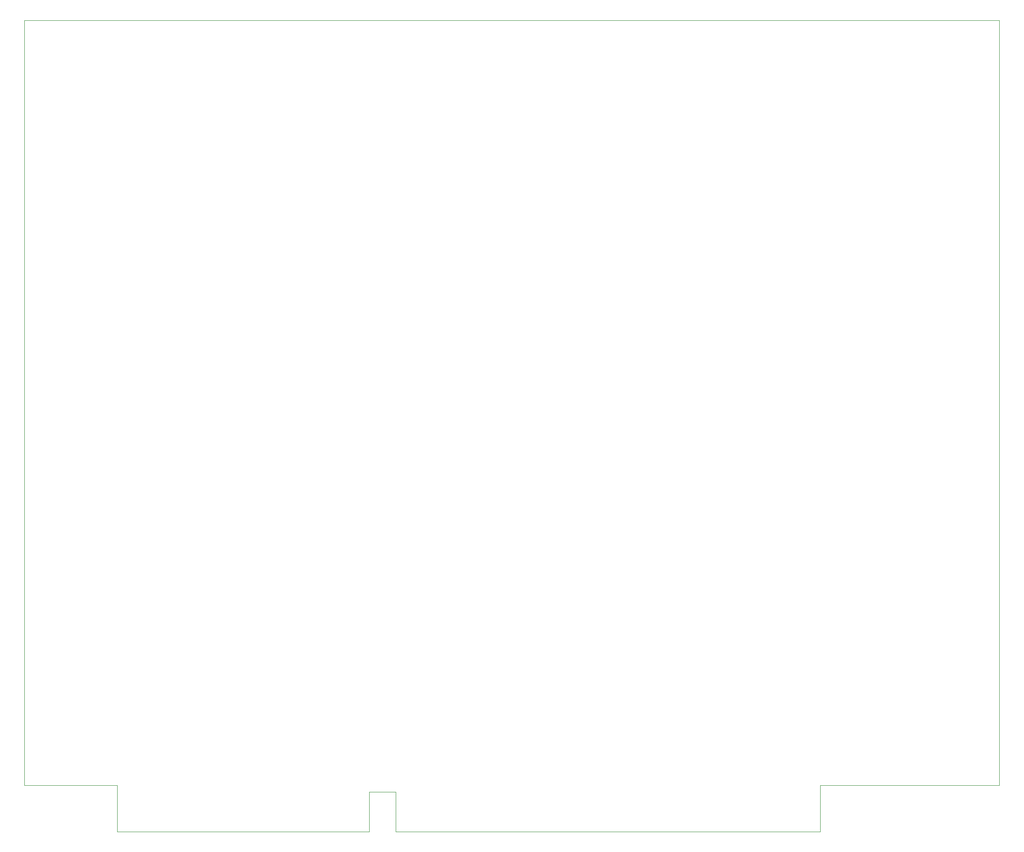
<source format=gbr>
%TF.GenerationSoftware,KiCad,Pcbnew,5.1.6-c6e7f7d~86~ubuntu18.04.1*%
%TF.CreationDate,2021-01-31T21:38:44+08:00*%
%TF.ProjectId,68k_dev,36386b5f-6465-4762-9e6b-696361645f70,rev?*%
%TF.SameCoordinates,Original*%
%TF.FileFunction,Profile,NP*%
%FSLAX46Y46*%
G04 Gerber Fmt 4.6, Leading zero omitted, Abs format (unit mm)*
G04 Created by KiCad (PCBNEW 5.1.6-c6e7f7d~86~ubuntu18.04.1) date 2021-01-31 21:38:44*
%MOMM*%
%LPD*%
G01*
G04 APERTURE LIST*
%TA.AperFunction,Profile*%
%ADD10C,0.050000*%
%TD*%
G04 APERTURE END LIST*
D10*
X34163000Y-159512000D02*
X16383000Y-159512000D01*
X34163000Y-168402000D02*
X34163000Y-159512000D01*
X82423000Y-168402000D02*
X34163000Y-168402000D01*
X82423000Y-160782000D02*
X82423000Y-168402000D01*
X87503000Y-160782000D02*
X82423000Y-160782000D01*
X87503000Y-168402000D02*
X87503000Y-160782000D01*
X168783000Y-168402000D02*
X87503000Y-168402000D01*
X168783000Y-159512000D02*
X168783000Y-168402000D01*
X170053000Y-159512000D02*
X168783000Y-159512000D01*
X16383000Y-13000000D02*
X16383000Y-159512000D01*
X203073000Y-13000000D02*
X16383000Y-13000000D01*
X203073000Y-159512000D02*
X203073000Y-13000000D01*
X170053000Y-159512000D02*
X203073000Y-159512000D01*
M02*

</source>
